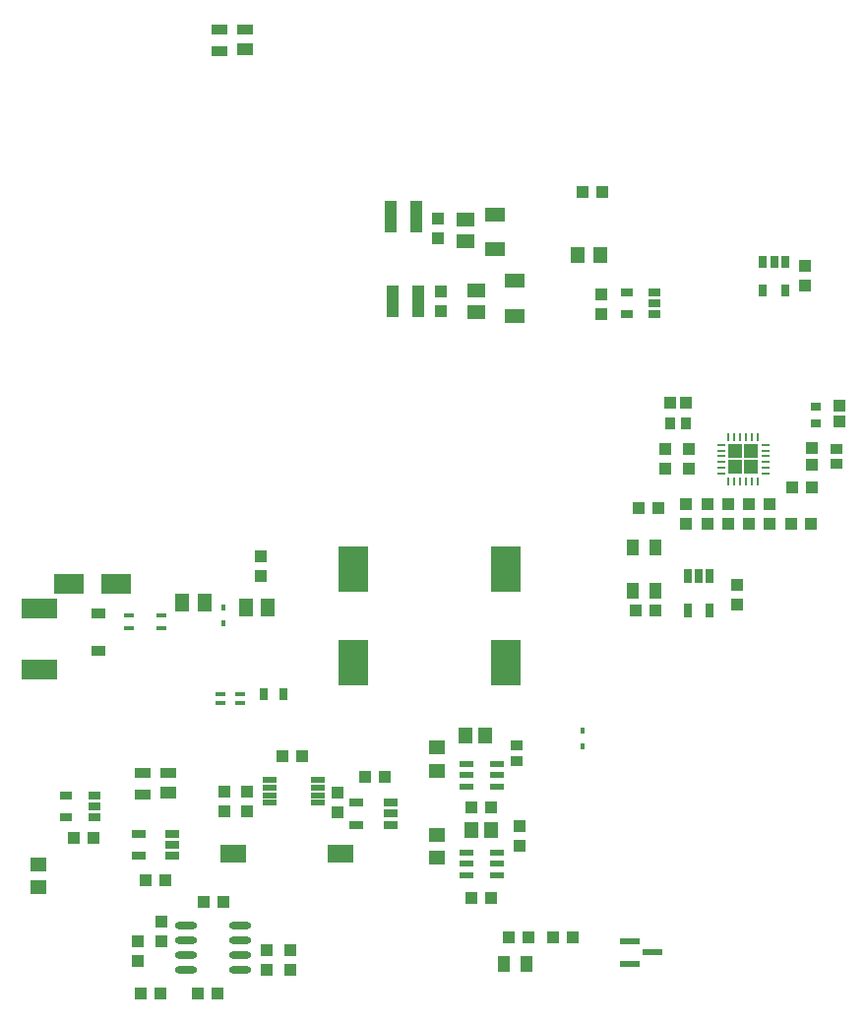
<source format=gtp>
G04*
G04 #@! TF.GenerationSoftware,Altium Limited,Altium Designer,20.0.11 (256)*
G04*
G04 Layer_Color=8421504*
%FSLAX25Y25*%
%MOIN*%
G70*
G01*
G75*
%ADD18R,0.04520X0.04520*%
%ADD19R,0.06693X0.02362*%
%ADD20R,0.02756X0.03937*%
%ADD21R,0.04331X0.03937*%
%ADD22R,0.03900X0.04300*%
%ADD23R,0.04300X0.03900*%
%ADD24R,0.05118X0.05906*%
%ADD25R,0.03937X0.02756*%
G04:AMPARAMS|DCode=26|XSize=25.59mil|YSize=47.24mil|CornerRadius=1.92mil|HoleSize=0mil|Usage=FLASHONLY|Rotation=270.000|XOffset=0mil|YOffset=0mil|HoleType=Round|Shape=RoundedRectangle|*
%AMROUNDEDRECTD26*
21,1,0.02559,0.04341,0,0,270.0*
21,1,0.02175,0.04724,0,0,270.0*
1,1,0.00384,-0.02170,-0.01088*
1,1,0.00384,-0.02170,0.01088*
1,1,0.00384,0.02170,0.01088*
1,1,0.00384,0.02170,-0.01088*
%
%ADD26ROUNDEDRECTD26*%
%ADD27O,0.07480X0.02362*%
%ADD28R,0.03976X0.05787*%
%ADD29R,0.04724X0.05709*%
G04:AMPARAMS|DCode=30|XSize=17.72mil|YSize=49.21mil|CornerRadius=1.95mil|HoleSize=0mil|Usage=FLASHONLY|Rotation=270.000|XOffset=0mil|YOffset=0mil|HoleType=Round|Shape=RoundedRectangle|*
%AMROUNDEDRECTD30*
21,1,0.01772,0.04532,0,0,270.0*
21,1,0.01382,0.04921,0,0,270.0*
1,1,0.00390,-0.02266,-0.00691*
1,1,0.00390,-0.02266,0.00691*
1,1,0.00390,0.02266,0.00691*
1,1,0.00390,0.02266,-0.00691*
%
%ADD30ROUNDEDRECTD30*%
%ADD31R,0.04803X0.02441*%
%ADD32R,0.03937X0.04331*%
G04:AMPARAMS|DCode=33|XSize=9.84mil|YSize=23.62mil|CornerRadius=1.97mil|HoleSize=0mil|Usage=FLASHONLY|Rotation=270.000|XOffset=0mil|YOffset=0mil|HoleType=Round|Shape=RoundedRectangle|*
%AMROUNDEDRECTD33*
21,1,0.00984,0.01968,0,0,270.0*
21,1,0.00591,0.02362,0,0,270.0*
1,1,0.00394,-0.00984,-0.00295*
1,1,0.00394,-0.00984,0.00295*
1,1,0.00394,0.00984,0.00295*
1,1,0.00394,0.00984,-0.00295*
%
%ADD33ROUNDEDRECTD33*%
G04:AMPARAMS|DCode=34|XSize=9.84mil|YSize=23.62mil|CornerRadius=1.97mil|HoleSize=0mil|Usage=FLASHONLY|Rotation=180.000|XOffset=0mil|YOffset=0mil|HoleType=Round|Shape=RoundedRectangle|*
%AMROUNDEDRECTD34*
21,1,0.00984,0.01968,0,0,180.0*
21,1,0.00591,0.02362,0,0,180.0*
1,1,0.00394,-0.00295,0.00984*
1,1,0.00394,0.00295,0.00984*
1,1,0.00394,0.00295,-0.00984*
1,1,0.00394,-0.00295,-0.00984*
%
%ADD34ROUNDEDRECTD34*%
G04:AMPARAMS|DCode=35|XSize=25.59mil|YSize=47.24mil|CornerRadius=1.92mil|HoleSize=0mil|Usage=FLASHONLY|Rotation=0.000|XOffset=0mil|YOffset=0mil|HoleType=Round|Shape=RoundedRectangle|*
%AMROUNDEDRECTD35*
21,1,0.02559,0.04341,0,0,0.0*
21,1,0.02175,0.04724,0,0,0.0*
1,1,0.00384,0.01088,-0.02170*
1,1,0.00384,-0.01088,-0.02170*
1,1,0.00384,-0.01088,0.02170*
1,1,0.00384,0.01088,0.02170*
%
%ADD35ROUNDEDRECTD35*%
%ADD36R,0.09843X0.06693*%
%ADD37R,0.04803X0.03583*%
%ADD38R,0.12402X0.07008*%
%ADD39R,0.03543X0.01575*%
%ADD40R,0.03543X0.02756*%
%ADD41R,0.03543X0.03937*%
%ADD42R,0.05906X0.05118*%
%ADD43R,0.07087X0.04528*%
%ADD44R,0.09843X0.15748*%
%ADD45R,0.01575X0.01890*%
%ADD46R,0.03937X0.10630*%
%ADD47R,0.08583X0.06299*%
%ADD48R,0.08661X0.06299*%
%ADD49R,0.05512X0.04331*%
%ADD50R,0.05512X0.03543*%
%ADD51R,0.02756X0.03937*%
%ADD52R,0.03543X0.01575*%
%ADD53R,0.03937X0.04331*%
%ADD54R,0.04331X0.03937*%
%ADD55R,0.05709X0.04724*%
%ADD56R,0.03937X0.03543*%
D18*
X261847Y193653D02*
D03*
X267153D02*
D03*
Y188347D02*
D03*
X261847D02*
D03*
D19*
X226063Y27740D02*
D03*
Y20260D02*
D03*
X233937Y24000D02*
D03*
D20*
X278740Y257724D02*
D03*
X275000D02*
D03*
X271260D02*
D03*
X278740Y248276D02*
D03*
X271260D02*
D03*
D21*
X37653Y62650D02*
D03*
X44346D02*
D03*
X172500Y73000D02*
D03*
X179193D02*
D03*
X172500Y42500D02*
D03*
X179193D02*
D03*
X136500Y83500D02*
D03*
X143193D02*
D03*
X108500Y90500D02*
D03*
X115193D02*
D03*
X68846Y48500D02*
D03*
X62154D02*
D03*
X81653Y41000D02*
D03*
X88346D02*
D03*
D22*
X111000Y24846D02*
D03*
Y18154D02*
D03*
X103000Y18154D02*
D03*
Y24847D02*
D03*
X59500Y27847D02*
D03*
Y21154D02*
D03*
X188847Y66847D02*
D03*
Y60154D02*
D03*
X96346Y71653D02*
D03*
Y78347D02*
D03*
X273500Y175847D02*
D03*
Y169153D02*
D03*
X266516Y175847D02*
D03*
Y169153D02*
D03*
X259500Y175847D02*
D03*
Y169153D02*
D03*
X252500Y175847D02*
D03*
Y169153D02*
D03*
X127028Y78047D02*
D03*
Y71354D02*
D03*
X245000Y175847D02*
D03*
Y169153D02*
D03*
X67500Y27654D02*
D03*
Y34346D02*
D03*
D23*
X86378Y10000D02*
D03*
X79685D02*
D03*
X60500D02*
D03*
X67193D02*
D03*
X281150Y181500D02*
D03*
X287850D02*
D03*
X280654Y169153D02*
D03*
X287347D02*
D03*
X229153Y174500D02*
D03*
X235846D02*
D03*
X200153Y29000D02*
D03*
X206846D02*
D03*
X227988Y139693D02*
D03*
X234681D02*
D03*
X191746Y29000D02*
D03*
X185054D02*
D03*
X216825Y281500D02*
D03*
X210132D02*
D03*
D24*
X81980Y142575D02*
D03*
X74500D02*
D03*
X103480Y140862D02*
D03*
X96000D02*
D03*
D25*
X44724Y69732D02*
D03*
Y73472D02*
D03*
Y77212D02*
D03*
X35276Y69732D02*
D03*
Y77212D02*
D03*
X234500Y240000D02*
D03*
Y243740D02*
D03*
Y247480D02*
D03*
X225051Y240000D02*
D03*
Y247480D02*
D03*
D26*
X59693Y56760D02*
D03*
Y64240D02*
D03*
X71307D02*
D03*
Y60500D02*
D03*
Y56760D02*
D03*
X133539Y67260D02*
D03*
Y74740D02*
D03*
X145153D02*
D03*
Y71000D02*
D03*
Y67260D02*
D03*
D27*
X94252Y18000D02*
D03*
Y23000D02*
D03*
Y28000D02*
D03*
Y33000D02*
D03*
X75748Y18000D02*
D03*
Y23000D02*
D03*
Y28000D02*
D03*
Y33000D02*
D03*
D28*
X227142Y161000D02*
D03*
X234858D02*
D03*
X227142Y146521D02*
D03*
X234858D02*
D03*
X183542Y20000D02*
D03*
X191258D02*
D03*
D29*
X170500Y97500D02*
D03*
X177193D02*
D03*
X208382Y260000D02*
D03*
X216256D02*
D03*
X172500Y65500D02*
D03*
X179193D02*
D03*
D30*
X120516Y74661D02*
D03*
Y77220D02*
D03*
Y79779D02*
D03*
Y82339D02*
D03*
X104177Y74661D02*
D03*
Y77220D02*
D03*
Y79779D02*
D03*
Y82339D02*
D03*
D31*
X181004Y80260D02*
D03*
Y84000D02*
D03*
Y87740D02*
D03*
X170689D02*
D03*
Y84000D02*
D03*
Y80260D02*
D03*
X181004Y50260D02*
D03*
Y54000D02*
D03*
Y57740D02*
D03*
X170689D02*
D03*
Y54000D02*
D03*
Y50260D02*
D03*
D32*
X245256Y210000D02*
D03*
X239744D02*
D03*
D33*
X271980Y186079D02*
D03*
Y188047D02*
D03*
Y190016D02*
D03*
Y191984D02*
D03*
Y193953D02*
D03*
Y195921D02*
D03*
X257020D02*
D03*
Y193953D02*
D03*
Y191984D02*
D03*
Y190016D02*
D03*
Y188047D02*
D03*
Y186079D02*
D03*
D34*
X269421Y198480D02*
D03*
X267453D02*
D03*
X265484D02*
D03*
X263516D02*
D03*
X261547D02*
D03*
X259579D02*
D03*
Y183520D02*
D03*
X261547D02*
D03*
X263516D02*
D03*
X265484D02*
D03*
X267453D02*
D03*
X269421D02*
D03*
D35*
X253240Y139693D02*
D03*
X245760D02*
D03*
Y151307D02*
D03*
X249500D02*
D03*
X253240D02*
D03*
D36*
X52031Y148874D02*
D03*
X36283D02*
D03*
D37*
X46126Y126063D02*
D03*
Y138937D02*
D03*
D38*
X26000Y119705D02*
D03*
Y140295D02*
D03*
D39*
X56488Y133736D02*
D03*
X67512D02*
D03*
Y138264D02*
D03*
X56488D02*
D03*
D40*
X289000Y203132D02*
D03*
Y208644D02*
D03*
D41*
X239941Y203000D02*
D03*
X245059D02*
D03*
D42*
X174000Y240760D02*
D03*
Y248240D02*
D03*
X170500Y264760D02*
D03*
Y272240D02*
D03*
D43*
X187000Y239595D02*
D03*
Y251406D02*
D03*
X180500Y262094D02*
D03*
Y273905D02*
D03*
D44*
X184000Y122252D02*
D03*
Y153748D02*
D03*
X132500Y122252D02*
D03*
Y153748D02*
D03*
D45*
X210000Y93902D02*
D03*
Y99098D02*
D03*
X88500Y135514D02*
D03*
Y140711D02*
D03*
D46*
X154331Y244500D02*
D03*
X145669D02*
D03*
X153831Y273000D02*
D03*
X145169D02*
D03*
D47*
X128091Y57500D02*
D03*
D48*
X91909D02*
D03*
D49*
X95661Y329787D02*
D03*
X69731Y78147D02*
D03*
D50*
X95661Y336480D02*
D03*
X87000D02*
D03*
Y329000D02*
D03*
X69731Y84840D02*
D03*
X61069D02*
D03*
Y77360D02*
D03*
D51*
X108693Y111575D02*
D03*
X102000D02*
D03*
D52*
X94163Y108425D02*
D03*
Y111575D02*
D03*
X87470Y108425D02*
D03*
Y111575D02*
D03*
D53*
X101000Y158248D02*
D03*
Y151555D02*
D03*
X161000Y272346D02*
D03*
Y265653D02*
D03*
X88846Y71653D02*
D03*
Y78347D02*
D03*
X238000Y187654D02*
D03*
Y194346D02*
D03*
X246000Y187654D02*
D03*
Y194346D02*
D03*
X262500Y141654D02*
D03*
Y148346D02*
D03*
X162000Y247847D02*
D03*
Y241154D02*
D03*
X216500Y246847D02*
D03*
Y240154D02*
D03*
X285500Y256347D02*
D03*
Y249654D02*
D03*
D54*
X287850Y194740D02*
D03*
Y189228D02*
D03*
X297000Y209256D02*
D03*
Y203744D02*
D03*
D55*
X160846Y63937D02*
D03*
Y56063D02*
D03*
Y93437D02*
D03*
Y85563D02*
D03*
X25760Y53937D02*
D03*
Y46063D02*
D03*
D56*
X187847Y94059D02*
D03*
Y88941D02*
D03*
X296000Y189441D02*
D03*
Y194559D02*
D03*
M02*

</source>
